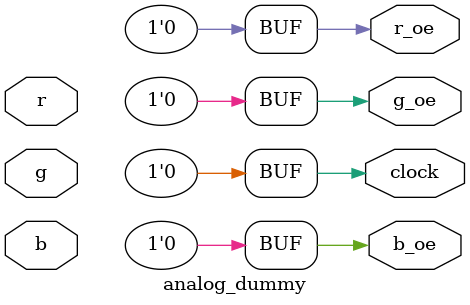
<source format=v>
`default_nettype none

module analog_dummy(
	output clock,
	output r_oe,
	input [7:0] r,
	output g_oe,
	input [7:0] g,
	output b_oe,
	input [7:0] b);

assign clock = 1'b0;
assign r_oe = 1'b0;
assign g_oe = 1'b0;
assign b_oe = 1'b0;

endmodule

</source>
